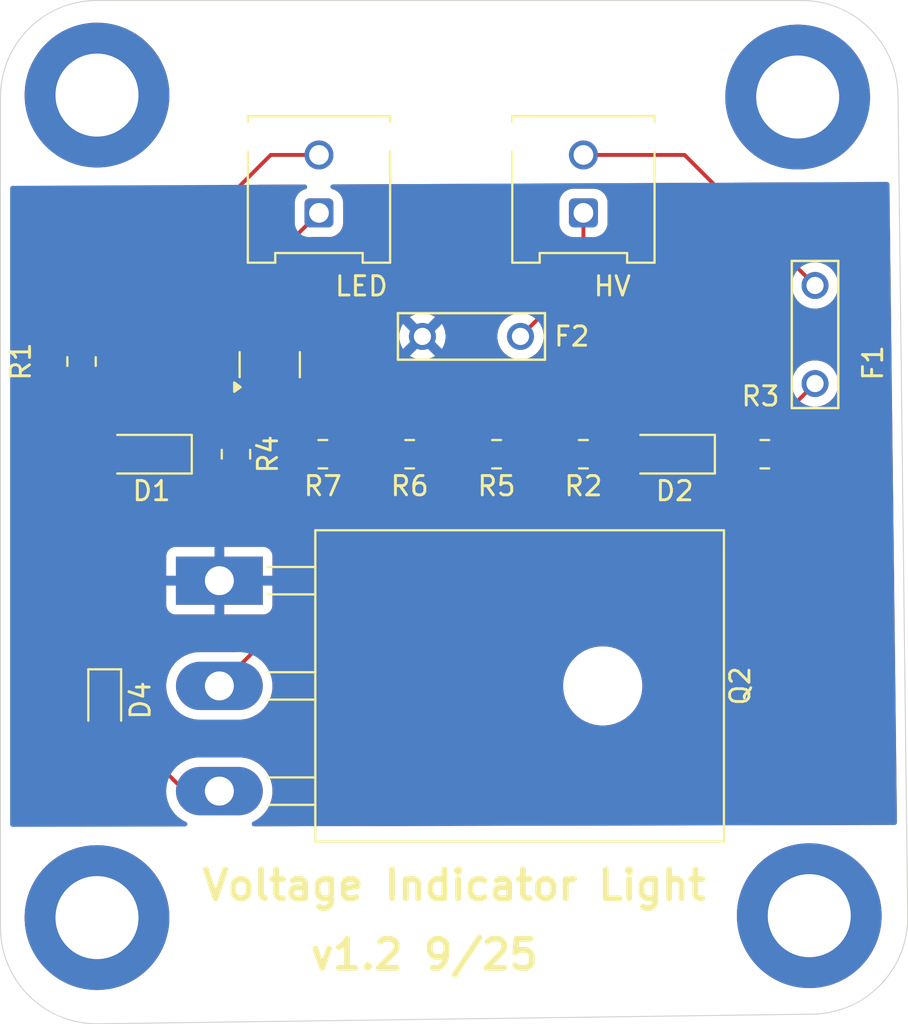
<source format=kicad_pcb>
(kicad_pcb (version 20241229) (generator "pcbnew") (generator_version "9.0")
  (layers (0 "F.Cu" signal) (2 "B.Cu" signal) (13 "F.Paste" user) (15 "B.Paste" user) (5 "F.SilkS" user "F.Silkscreen") (7 "B.SilkS" user "B.Silkscreen") (1 "F.Mask" user) (3 "B.Mask" user) (25 "Edge.Cuts" user))
  (net 0 "")
  (net 1 "/LED+")
  (net 2 "/LED-")
  (net 3 "/HV+_fused")
  (net 4 "/HV+")
  (net 5 "/HV-")
  (net 6 "Net-(D4-A2)")
  (net 7 "Net-(R2-Pad2)")
  (net 8 "Net-(D2-A)")
  (net 9 "Net-(Q2-D)")
  (net 10 "Net-(D1-K)")
  (net 11 "Net-(D1-A)")
  (net 12 "Net-(R5-Pad2)")
  (net 13 "Net-(R6-Pad2)")
  (footprint "Diode_SMD:D_SOD-123F" (layer "F.Cu") (at 148.3 92 180)
    (property "Reference" "D2" (at -0.127 -1.905 0) (layer "F.SilkS"))
    (property "Value" "BZT52C51")
    (fp_line (start -2.21 1) (end 1.65 1) (stroke (width 0.12)) (layer "F.SilkS"))
    (fp_line (start -2.21 -1) (end 1.65 -1) (stroke (width 0.12)) (layer "F.SilkS"))
    (fp_line (start -2.21 -1) (end -2.21 1) (stroke (width 0.12)) (layer "F.SilkS"))
    (pad "1" smd roundrect (at -1.4 0 180) (size 1.1 1.1) (layers "F.Cu" "F.Mask" "F.Paste") (roundrect_rratio 0.2272727273) (net 3 "/HV+_fused"))
    (pad "2" smd roundrect (at 1.4 0 180) (size 1.1 1.1) (layers "F.Cu" "F.Mask" "F.Paste") (roundrect_rratio 0.2272727273) (net 8 "Net-(D2-A)"))
  )
  (footprint "Diode_SMD:D_SOD-123F" (layer "F.Cu") (at 121.2 92 180)
    (property "Reference" "D1" (at -0.127 -1.905 0) (layer "F.SilkS"))
    (property "Value" "BZT52C12")
    (fp_line (start -2.21 1) (end 1.65 1) (stroke (width 0.12)) (layer "F.SilkS"))
    (fp_line (start -2.21 -1) (end 1.65 -1) (stroke (width 0.12)) (layer "F.SilkS"))
    (fp_line (start -2.21 -1) (end -2.21 1) (stroke (width 0.12)) (layer "F.SilkS"))
    (pad "1" smd roundrect (at -1.4 0 180) (size 1.1 1.1) (layers "F.Cu" "F.Mask" "F.Paste") (roundrect_rratio 0.2272727273) (net 10 "Net-(D1-K)"))
    (pad "2" smd roundrect (at 1.4 0 180) (size 1.1 1.1) (layers "F.Cu" "F.Mask" "F.Paste") (roundrect_rratio 0.2272727273) (net 11 "Net-(D1-A)"))
  )
  (footprint "Diode_SMD:D_SOD-323" (layer "F.Cu") (at 118.9 104.75 -90)
    (property "Reference" "D4" (at 0 -1.85 270) (layer "F.SilkS"))
    (property "Value" "PESD12VL1BA")
    (fp_line (start -1.61 0.85) (end 1.05 0.85) (stroke (width 0.12)) (layer "F.SilkS"))
    (fp_line (start -1.61 -0.85) (end -1.61 0.85) (stroke (width 0.12)) (layer "F.SilkS"))
    (fp_line (start -1.61 -0.85) (end 1.05 -0.85) (stroke (width 0.12)) (layer "F.SilkS"))
    (pad "1" smd roundrect (at -1.05 0 270) (size 0.6 0.45) (layers "F.Cu" "F.Mask" "F.Paste") (net 11 "Net-(D1-A)"))
    (pad "2" smd roundrect (at 1.05 0 270) (size 0.6 0.45) (layers "F.Cu" "F.Mask" "F.Paste") (net 6 "Net-(D4-A2)"))
  )
  (footprint "Resistor_SMD:R_0805_2012Metric_Pad1.20x1.40mm_HandSolder" (layer "F.Cu") (at 143.7 92 180)
    (property "Reference" "R2" (at 0 -1.65 0) (layer "F.SilkS"))
    (property "Value" "240k")
    (fp_line (start -0.227064 0.735) (end 0.227064 0.735) (stroke (width 0.12)) (layer "F.SilkS"))
    (fp_line (start -0.227064 -0.735) (end 0.227064 -0.735) (stroke (width 0.12)) (layer "F.SilkS"))
    (pad "1" smd roundrect (at -1 0 180) (size 1.2 1.4) (layers "F.Cu" "F.Mask" "F.Paste") (roundrect_rratio 0.208333) (net 8 "Net-(D2-A)"))
    (pad "2" smd roundrect (at 1 0 180) (size 1.2 1.4) (layers "F.Cu" "F.Mask" "F.Paste") (roundrect_rratio 0.208333) (net 7 "Net-(R2-Pad2)"))
  )
  (footprint "Resistor_SMD:R_0805_2012Metric_Pad1.20x1.40mm_HandSolder" (layer "F.Cu") (at 153.1 92)
    (property "Reference" "R3" (at -0.227064 -3 0) (layer "F.SilkS"))
    (property "Value" "47")
    (fp_line (start -0.227064 -0.735) (end 0.227064 -0.735) (stroke (width 0.12)) (layer "F.SilkS"))
    (fp_line (start -0.227064 0.735) (end 0.227064 0.735) (stroke (width 0.12)) (layer "F.SilkS"))
    (pad "1" smd roundrect (at -1 0) (size 1.2 1.4) (layers "F.Cu" "F.Mask" "F.Paste") (roundrect_rratio 0.208333) (net 9 "Net-(Q2-D)"))
    (pad "2" smd roundrect (at 1 0) (size 1.2 1.4) (layers "F.Cu" "F.Mask" "F.Paste") (roundrect_rratio 0.208333) (net 3 "/HV+_fused"))
  )
  (footprint "MountingHole:MountingHole_4.3mm_M4_DIN965_Pad" (layer "F.Cu") (at 154.8 73.5)
    (property "Reference" "REF**" (hide yes))
    (property "Value" "MountingHole_4.3mm_M4_DIN965_Pad" (hide yes))
    (pad "1" thru_hole circle (at 0 0) (size 7.5 7.5) (drill 4.3) (layers "*.Cu" "*.Mask"))
  )
  (footprint "Resistor_SMD:R_0805_2012Metric_Pad1.20x1.40mm_HandSolder" (layer "F.Cu") (at 139.2 92 180)
    (property "Reference" "R5" (at 0 -1.65 0) (layer "F.SilkS"))
    (property "Value" "240k")
    (fp_line (start -0.227064 0.735) (end 0.227064 0.735) (stroke (width 0.12)) (layer "F.SilkS"))
    (fp_line (start -0.227064 -0.735) (end 0.227064 -0.735) (stroke (width 0.12)) (layer "F.SilkS"))
    (pad "1" smd roundrect (at -1 0 180) (size 1.2 1.4) (layers "F.Cu" "F.Mask" "F.Paste") (roundrect_rratio 0.208333) (net 7 "Net-(R2-Pad2)"))
    (pad "2" smd roundrect (at 1 0 180) (size 1.2 1.4) (layers "F.Cu" "F.Mask" "F.Paste") (roundrect_rratio 0.208333) (net 12 "Net-(R5-Pad2)"))
  )
  (footprint "MountingHole:MountingHole_4.3mm_M4_DIN965_Pad" (layer "F.Cu") (at 118.5 116)
    (property "Reference" "REF**" (hide yes))
    (property "Value" "MountingHole_4.3mm_M4_DIN965_Pad" (hide yes))
    (pad "1" thru_hole circle (at 0 0) (size 7.5 7.5) (drill 4.3) (layers "*.Cu" "*.Mask"))
  )
  (footprint "Library:FUSE_BK_PCS" (layer "F.Cu") (at 155.7 85.8 -90)
    (property "Reference" "F1" (at 1.47 -3 90) (layer "F.SilkS"))
    (property "Value" "750mA" (hide yes))
    (fp_line (start -3.81 1.205) (end -3.81 -1.205) (stroke (width 0.127)) (layer "F.SilkS"))
    (fp_line (start 3.81 1.205) (end -3.81 1.205) (stroke (width 0.127)) (layer "F.SilkS"))
    (fp_line (start -3.81 -1.205) (end 3.81 -1.205) (stroke (width 0.127)) (layer "F.SilkS"))
    (fp_line (start 3.81 -1.205) (end 3.81 1.205) (stroke (width 0.127)) (layer "F.SilkS"))
    (pad "1" thru_hole circle (at -2.54 0 270) (size 1.397 1.397) (drill 0.889) (layers "*.Cu" "*.Mask") (net 4 "/HV+"))
    (pad "2" thru_hole circle (at 2.54 0 270) (size 1.397 1.397) (drill 0.889) (layers "*.Cu" "*.Mask") (net 3 "/HV+_fused"))
  )
  (footprint "Resistor_SMD:R_0805_2012Metric_Pad1.20x1.40mm_HandSolder" (layer "F.Cu") (at 117.7 87.2 90)
    (property "Reference" "R1" (at 0 -3.15 90) (layer "F.SilkS"))
    (property "Value" "2200")
    (fp_line (start -0.227064 -0.735) (end 0.227064 -0.735) (stroke (width 0.12)) (layer "F.SilkS"))
    (fp_line (start -0.227064 0.735) (end 0.227064 0.735) (stroke (width 0.12)) (layer "F.SilkS"))
    (pad "1" smd roundrect (at -1 0 90) (size 1.2 1.4) (layers "F.Cu" "F.Mask" "F.Paste") (roundrect_rratio 0.208333) (net 6 "Net-(D4-A2)"))
    (pad "2" smd roundrect (at 1 0 90) (size 1.2 1.4) (layers "F.Cu" "F.Mask" "F.Paste") (roundrect_rratio 0.208333) (net 1 "/LED+"))
  )
  (footprint "Package_TO_SOT_THT:TO-247-3_Horizontal_TabDown" (layer "F.Cu") (at 124.84 98.55 -90)
    (property "Reference" "Q2" (at 5.45 -26.98 90) (layer "F.SilkS"))
    (property "Value" "UJ3N065080K3S")
    (fp_line (start -2.61 -4.97) (end 13.51 -4.97) (stroke (width 0.12)) (layer "F.SilkS"))
    (fp_line (start -2.61 -4.97) (end -2.61 -26.14) (stroke (width 0.12)) (layer "F.SilkS"))
    (fp_line (start -0.71 -4.97) (end -0.71 -2.51) (stroke (width 0.12)) (layer "F.SilkS"))
    (fp_line (start 0.71 -4.97) (end 0.71 -2.51) (stroke (width 0.12)) (layer "F.SilkS"))
    (fp_line (start 4.74 -4.97) (end 4.74 -2.51) (stroke (width 0.12)) (layer "F.SilkS"))
    (fp_line (start 6.16 -4.97) (end 6.16 -2.51) (stroke (width 0.12)) (layer "F.SilkS"))
    (fp_line (start 10.19 -4.97) (end 10.19 -2.51) (stroke (width 0.12)) (layer "F.SilkS"))
    (fp_line (start 11.61 -4.97) (end 11.61 -2.51) (stroke (width 0.12)) (layer "F.SilkS"))
    (fp_line (start 13.51 -4.97) (end 13.51 -26.14) (stroke (width 0.12)) (layer "F.SilkS"))
    (fp_line (start -2.61 -26.14) (end 13.51 -26.14) (stroke (width 0.12)) (layer "F.SilkS"))
    (pad "" np_thru_hole circle (at 5.45 -19.86 270) (size 3.6 3.6) (drill 3.6) (layers "*.Cu" "*.Mask"))
    (pad "1" thru_hole rect (at 0 0 270) (size 2.5 4.5) (drill 1.5) (layers "*.Cu" "*.Mask") (net 11 "Net-(D1-A)"))
    (pad "2" thru_hole oval (at 5.45 0 270) (size 2.5 4.5) (drill 1.5) (layers "*.Cu" "*.Mask") (net 9 "Net-(Q2-D)"))
    (pad "3" thru_hole oval (at 10.9 0 270) (size 2.5 4.5) (drill 1.5) (layers "*.Cu" "*.Mask") (net 6 "Net-(D4-A2)"))
  )
  (footprint "MountingHole:MountingHole_4.3mm_M4_DIN965_Pad" (layer "F.Cu") (at 118.5 73.4)
    (property "Reference" "REF**" (hide yes))
    (property "Value" "MountingHole_4.3mm_M4_DIN965_Pad" (hide yes))
    (pad "1" thru_hole circle (at 0 0) (size 7.5 7.5) (drill 4.3) (layers "*.Cu" "*.Mask"))
  )
  (footprint "Resistor_SMD:R_0805_2012Metric_Pad1.20x1.40mm_HandSolder" (layer "F.Cu") (at 134.7 92 180)
    (property "Reference" "R6" (at 0 -1.65 0) (layer "F.SilkS"))
    (property "Value" "240k")
    (fp_line (start -0.227064 0.735) (end 0.227064 0.735) (stroke (width 0.12)) (layer "F.SilkS"))
    (fp_line (start -0.227064 -0.735) (end 0.227064 -0.735) (stroke (width 0.12)) (layer "F.SilkS"))
    (pad "1" smd roundrect (at -1 0 180) (size 1.2 1.4) (layers "F.Cu" "F.Mask" "F.Paste") (roundrect_rratio 0.208333) (net 12 "Net-(R5-Pad2)"))
    (pad "2" smd roundrect (at 1 0 180) (size 1.2 1.4) (layers "F.Cu" "F.Mask" "F.Paste") (roundrect_rratio 0.208333) (net 13 "Net-(R6-Pad2)"))
  )
  (footprint "Connector_Molex:Molex_Micro-Fit_3.0_43045-0212_2x01_P3.00mm_Vertical" (layer "F.Cu") (at 143.7 79.5 180)
    (property "Reference" "HV" (at -1.5 -3.8 0) (layer "F.SilkS"))
    (property "Value" "043045-0212")
    (fp_line (start 3.685 5.01) (end 3.685 4.71) (stroke (width 0.12)) (layer "F.SilkS"))
    (fp_line (start 3.685 -2.58) (end 3.685 3.17) (stroke (width 0.12)) (layer "F.SilkS"))
    (fp_line (start 2.265 -2.08) (end 2.265 -2.58) (stroke (width 0.12)) (layer "F.SilkS"))
    (fp_line (start 2.265 -2.58) (end 3.685 -2.58) (stroke (width 0.12)) (layer "F.SilkS"))
    (fp_line (start -2.265 -2.08) (end 2.265 -2.08) (stroke (width 0.12)) (layer "F.SilkS"))
    (fp_line (start -2.265 -2.58) (end -2.265 -2.08) (stroke (width 0.12)) (layer "F.SilkS"))
    (fp_line (start -3.685 5.01) (end 3.685 5.01) (stroke (width 0.12)) (layer "F.SilkS"))
    (fp_line (start -3.685 4.71) (end -3.685 5.01) (stroke (width 0.12)) (layer "F.SilkS"))
    (fp_line (start -3.685 3.17) (end -3.685 -2.58) (stroke (width 0.12)) (layer "F.SilkS"))
    (fp_line (start -3.685 -2.58) (end -2.265 -2.58) (stroke (width 0.12)) (layer "F.SilkS"))
    (pad "" np_thru_hole circle (at -3 3.94 180) (size 1.02 1.02) (drill 1.02) (layers "*.Cu" "*.Mask"))
    (pad "" np_thru_hole circle (at 3 3.94 180) (size 1.02 1.02) (drill 1.02) (layers "*.Cu" "*.Mask"))
    (pad "1" thru_hole roundrect (at 0 0 180) (size 1.5 1.5) (drill 1.02) (layers "*.Cu" "*.Mask") (roundrect_rratio 0.166667) (net 5 "/HV-"))
    (pad "2" thru_hole circle (at 0 3 180) (size 1.5 1.5) (drill 1.02) (layers "*.Cu" "*.Mask") (net 4 "/HV+"))
  )
  (footprint "Package_TO_SOT_SMD:SOT-23" (layer "F.Cu") (at 127.45 87.3625 90)
    (property "Reference" "Q1" (hide yes))
    (property "Value" "DMN2056U")
    (fp_line (start 0 -1.56) (end 0.65 -1.56) (stroke (width 0.12)) (layer "F.SilkS"))
    (fp_line (start 0 -1.56) (end -0.65 -1.56) (stroke (width 0.12)) (layer "F.SilkS"))
    (fp_line (start 0 1.56) (end 0.65 1.56) (stroke (width 0.12)) (layer "F.SilkS"))
    (fp_line (start 0 1.56) (end -0.65 1.56) (stroke (width 0.12)) (layer "F.SilkS"))
    (fp_poly (pts (xy -1.1625 -1.51) (xy -1.4025 -1.84) (xy -0.9225 -1.84)) (stroke (width 0.12)) (fill yes) (layer "F.SilkS"))
    (pad "1" smd roundrect (at -0.9375 -0.95 90) (size 1.475 0.6) (layers "F.Cu" "F.Mask" "F.Paste") (net 10 "Net-(D1-K)"))
    (pad "2" smd roundrect (at -0.9375 0.95 90) (size 1.475 0.6) (layers "F.Cu" "F.Mask" "F.Paste") (net 11 "Net-(D1-A)"))
    (pad "3" smd roundrect (at 0.9375 0 90) (size 1.475 0.6) (layers "F.Cu" "F.Mask" "F.Paste") (net 2 "/LED-"))
  )
  (footprint "Library:FUSE_BK_PCS" (layer "F.Cu") (at 137.9 85.9)
    (property "Reference" "F2" (at 5.2 0 0) (layer "F.SilkS"))
    (property "Value" "750mA")
    (fp_line (start -3.81 -1.205) (end 3.81 -1.205) (stroke (width 0.127)) (layer "F.SilkS"))
    (fp_line (start -3.81 1.205) (end -3.81 -1.205) (stroke (width 0.127)) (layer "F.SilkS"))
    (fp_line (start 3.81 -1.205) (end 3.81 1.205) (stroke (width 0.127)) (layer "F.SilkS"))
    (fp_line (start 3.81 1.205) (end -3.81 1.205) (stroke (width 0.127)) (layer "F.SilkS"))
    (pad "1" thru_hole circle (at -2.54 0) (size 1.397 1.397) (drill 0.889) (layers "*.Cu" "*.Mask") (net 11 "Net-(D1-A)"))
    (pad "2" thru_hole circle (at 2.54 0) (size 1.397 1.397) (drill 0.889) (layers "*.Cu" "*.Mask") (net 5 "/HV-"))
  )
  (footprint "MountingHole:MountingHole_4.3mm_M4_DIN965_Pad" (layer "F.Cu") (at 155.4 115.9)
    (property "Reference" "REF**" (hide yes))
    (property "Value" "MountingHole_4.3mm_M4_DIN965_Pad" (hide yes))
    (pad "1" thru_hole circle (at 0 0) (size 7.5 7.5) (drill 4.3) (layers "*.Cu" "*.Mask"))
  )
  (footprint "Resistor_SMD:R_0805_2012Metric_Pad1.20x1.40mm_HandSolder" (layer "F.Cu") (at 130.2 92 180)
    (property "Reference" "R7" (at 0 -1.65 0) (layer "F.SilkS"))
    (property "Value" "240k")
    (fp_line (start -0.227064 0.735) (end 0.227064 0.735) (stroke (width 0.12)) (layer "F.SilkS"))
    (fp_line (start -0.227064 -0.735) (end 0.227064 -0.735) (stroke (width 0.12)) (layer "F.SilkS"))
    (pad "1" smd roundrect (at -1 0 180) (size 1.2 1.4) (layers "F.Cu" "F.Mask" "F.Paste") (roundrect_rratio 0.208333) (net 13 "Net-(R6-Pad2)"))
    (pad "2" smd roundrect (at 1 0 180) (size 1.2 1.4) (layers "F.Cu" "F.Mask" "F.Paste") (roundrect_rratio 0.208333) (net 10 "Net-(D1-K)"))
  )
  (footprint "Resistor_SMD:R_0805_2012Metric_Pad1.20x1.40mm_HandSolder" (layer "F.Cu") (at 125.7 92 -90)
    (property "Reference" "R4" (at 0 -1.65 90) (layer "F.SilkS"))
    (property "Value" "2M")
    (fp_line (start -0.227064 0.735) (end 0.227064 0.735) (stroke (width 0.12)) (layer "F.SilkS"))
    (fp_line (start -0.227064 -0.735) (end 0.227064 -0.735) (stroke (width 0.12)) (layer "F.SilkS"))
    (pad "1" smd roundrect (at -1 0 270) (size 1.2 1.4) (layers "F.Cu" "F.Mask" "F.Paste") (roundrect_rratio 0.208333) (net 10 "Net-(D1-K)"))
    (pad "2" smd roundrect (at 1 0 270) (size 1.2 1.4) (layers "F.Cu" "F.Mask" "F.Paste") (roundrect_rratio 0.208333) (net 11 "Net-(D1-A)"))
  )
  (footprint "Connector_Molex:Molex_Micro-Fit_3.0_43045-0212_2x01_P3.00mm_Vertical" (layer "F.Cu") (at 130 79.5 180)
    (property "Reference" "LED" (at -2.2 -3.8 0) (layer "F.SilkS"))
    (property "Value" "043045-0212")
    (fp_line (start 3.685 5.01) (end 3.685 4.71) (stroke (width 0.12)) (layer "F.SilkS"))
    (fp_line (start 3.685 -2.58) (end 3.685 3.17) (stroke (width 0.12)) (layer "F.SilkS"))
    (fp_line (start 2.265 -2.08) (end 2.265 -2.58) (stroke (width 0.12)) (layer "F.SilkS"))
    (fp_line (start 2.265 -2.58) (end 3.685 -2.58) (stroke (width 0.12)) (layer "F.SilkS"))
    (fp_line (start -2.265 -2.08) (end 2.265 -2.08) (stroke (width 0.12)) (layer "F.SilkS"))
    (fp_line (start -2.265 -2.58) (end -2.265 -2.08) (stroke (width 0.12)) (layer "F.SilkS"))
    (fp_line (start -3.685 5.01) (end 3.685 5.01) (stroke (width 0.12)) (layer "F.SilkS"))
    (fp_line (start -3.685 4.71) (end -3.685 5.01) (stroke (width 0.12)) (layer "F.SilkS"))
    (fp_line (start -3.685 3.17) (end -3.685 -2.58) (stroke (width 0.12)) (layer "F.SilkS"))
    (fp_line (start -3.685 -2.58) (end -2.265 -2.58) (stroke (width 0.12)) (layer "F.SilkS"))
    (pad "" np_thru_hole circle (at -3 3.94 180) (size 1.02 1.02) (drill 1.02) (layers "*.Cu" "*.Mask"))
    (pad "" np_thru_hole circle (at 3 3.94 180) (size 1.02 1.02) (drill 1.02) (layers "*.Cu" "*.Mask"))
    (pad "1" thru_hole roundrect (at 0 0 180) (size 1.5 1.5) (drill 1.02) (layers "*.Cu" "*.Mask") (roundrect_rratio 0.166667) (net 2 "/LED-"))
    (pad "2" thru_hole circle (at 0 3 180) (size 1.5 1.5) (drill 1.02) (layers "*.Cu" "*.Mask") (net 1 "/LED+"))
  )
  (gr_line (start 118.5 121.5) (end 155.5 121) (stroke (width 0.05)) (layer "Edge.Cuts"))
  (gr_arc (start 113.5 73.5) (mid 114.964466 69.964466) (end 118.5 68.5) (stroke (width 0.05)) (layer "Edge.Cuts"))
  (gr_line (start 160.5 116) (end 160 73.5) (stroke (width 0.05)) (layer "Edge.Cuts"))
  (gr_line (start 113.5 73.5) (end 113.5 116.5) (stroke (width 0.05)) (layer "Edge.Cuts"))
  (gr_arc (start 160.5 116) (mid 159.035534 119.535534) (end 155.5 121) (stroke (width 0.05)) (layer "Edge.Cuts"))
  (gr_line (start 118.5 68.5) (end 155 68.5) (stroke (width 0.05)) (layer "Edge.Cuts"))
  (gr_arc (start 118.5 121.5) (mid 114.964466 120.035534) (end 113.5 116.5) (stroke (width 0.05)) (layer "Edge.Cuts"))
  (gr_arc (start 155 68.5) (mid 158.535534 69.964466) (end 160 73.5) (stroke (width 0.05)) (layer "Edge.Cuts"))
  (gr_text "v1.2 9/25\n" (at 129.4 118.8 0) (layer "F.SilkS") (effects (font (size 1.5 1.5) (thickness 0.3) (bold yes)) (justify left bottom)))
  (gr_text "Voltage Indicator Light" (at 123.8 115.2 0) (layer "F.SilkS") (effects (font (size 1.5 1.5) (thickness 0.3) (bold yes)) (justify left bottom)))
  (segment (start 130 76.5) (end 127.5 76.5) (width 0.2) (layer "F.Cu") (net 1))
  (segment (start 127.5 76.5) (end 117.8 86.2) (width 0.2) (layer "F.Cu") (net 1))
  (segment (start 127.45 86.425) (end 127.45 82.05) (width 0.2) (layer "F.Cu") (net 2))
  (segment (start 127.45 82.05) (end 130 79.5) (width 0.2) (layer "F.Cu") (net 2))
  (segment (start 154.1 92) (end 154.1 90.06) (width 0.2) (layer "F.Cu") (net 3))
  (segment (start 154.04 90) (end 155.7 88.34) (width 0.2) (layer "F.Cu") (net 3))
  (segment (start 149.7 92) (end 149.7 90.7) (width 0.2) (layer "F.Cu") (net 3))
  (segment (start 149.7 90.7) (end 150.4 90) (width 0.2) (layer "F.Cu") (net 3))
  (segment (start 154.1 90.06) (end 154.04 90) (width 0.2) (layer "F.Cu") (net 3))
  (segment (start 150.4 90) (end 154.04 90) (width 0.2) (layer "F.Cu") (net 3))
  (segment (start 143.7 76.5) (end 148.94 76.5) (width 0.2) (layer "F.Cu") (net 4))
  (segment (start 148.94 76.5) (end 155.7 83.26) (width 0.2) (layer "F.Cu") (net 4))
  (segment (start 143.7 79.5) (end 143.7 82.64) (width 0.2) (layer "F.Cu") (net 5))
  (segment (start 143.7 82.64) (end 140.44 85.9) (width 0.2) (layer "F.Cu") (net 5))
  (segment (start 117 88.9) (end 117.7 88.2) (width 0.2) (layer "F.Cu") (net 6))
  (segment (start 117.8 105.8) (end 117 105) (width 0.2) (layer "F.Cu") (net 6))
  (segment (start 118.9 105.8) (end 117.8 105.8) (width 0.2) (layer "F.Cu") (net 6))
  (segment (start 123.05 109.45) (end 124.84 109.45) (width 0.2) (layer "F.Cu") (net 6))
  (segment (start 118.9 105.8) (end 119.4 105.8) (width 0.2) (layer "F.Cu") (net 6))
  (segment (start 117 105) (end 117 88.9) (width 0.2) (layer "F.Cu") (net 6))
  (segment (start 119.4 105.8) (end 123.05 109.45) (width 0.2) (layer "F.Cu") (net 6))
  (segment (start 140.2 92) (end 142.7 92) (width 0.2) (layer "F.Cu") (net 7))
  (segment (start 144.7 92) (end 146.9 92) (width 0.2) (layer "F.Cu") (net 8))
  (segment (start 124.84 104) (end 129.23 99.61) (width 0.2) (layer "F.Cu") (net 9))
  (segment (start 129.23 95) (end 149.1 95) (width 0.2) (layer "F.Cu") (net 9))
  (segment (start 149.1 95) (end 152.1 92) (width 0.2) (layer "F.Cu") (net 9))
  (segment (start 124.84 104) (end 124.73 104) (width 0.2) (layer "F.Cu") (net 9))
  (segment (start 129.23 99.61) (end 129.23 95) (width 0.2) (layer "F.Cu") (net 9))
  (segment (start 126.7 92) (end 129.2 92) (width 0.2) (layer "F.Cu") (net 10))
  (segment (start 125.7 91) (end 125.7 89.1) (width 0.2) (layer "F.Cu") (net 10))
  (segment (start 125.7 89.1) (end 126.5 88.3) (width 0.2) (layer "F.Cu") (net 10))
  (segment (start 123.601 90.999) (end 125.699 90.999) (width 0.2) (layer "F.Cu") (net 10))
  (segment (start 125.699 90.999) (end 126.7 92) (width 0.2) (layer "F.Cu") (net 10))
  (segment (start 122.6 92) (end 123.601 90.999) (width 0.2) (layer "F.Cu") (net 10))
  (segment (start 135.7 92) (end 138.2 92) (width 0.2) (layer "F.Cu") (net 12))
  (segment (start 131.2 92) (end 133.7 92) (width 0.2) (layer "F.Cu") (net 13))
  (segment (start 133.2 92) (end 133.7 91.5) (width 0.2) (layer "F.Cu") (net 13))
  (zone (net 11) (net_name "Net-(D1-A)") (layers "F.Cu" "B.Cu") (connect_pads (clearance 0.5)) (min_thickness 0.25) (fill yes (thermal_gap 0.5) (thermal_bridge_width 0.5))
    (polygon (pts (xy 160.1 111.2) (xy 114 111.3) (xy 114 78.1) (xy 159.7 77.9)))
  )
)
</source>
